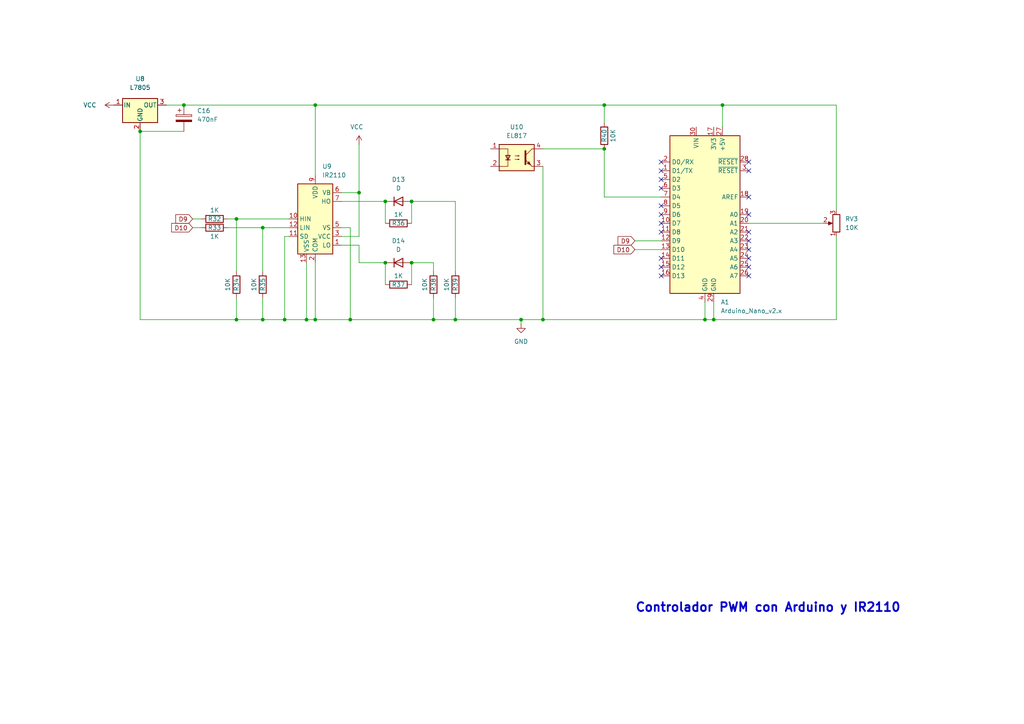
<source format=kicad_sch>
(kicad_sch (version 20211123) (generator eeschema)
  (paper "A4")
  (lib_symbols
    (symbol "Device:C_Polarized" (pin_numbers hide) (pin_names (offset 0.254))
      (property "Reference" "C" (at 0.635 2.54 0))
      (property "Value" "C_Polarized" (at 0.635 -2.54 0))
      (symbol "C_Polarized_0_1"
        (rectangle (start -2.286 0.508) (end 2.286 1.016))
        (polyline (pts (xy -1.778 2.286) (xy -0.762 2.286)))
        (polyline (pts (xy -1.27 2.794) (xy -1.27 1.778)))
        (rectangle (start 2.286 -0.508) (end -2.286 -1.016) (fill (type outline)))
      )
      (symbol "C_Polarized_1_1"
        (pin passive line (at 0 3.81 270) (length 2.794) (name "~") (number "1"))
        (pin passive line (at 0 -3.81 90) (length 2.794) (name "~") (number "2"))
      )
    )
    (symbol "Device:D" (pin_numbers hide) (pin_names (offset 1.016) hide)
      (property "Reference" "D" (at 0 2.54 0))
      (property "Value" "D" (at 0 -2.54 0))
      (symbol "D_0_1"
        (polyline (pts (xy -1.27 1.27) (xy -1.27 -1.27)) (stroke (width 0.254)))
        (polyline (pts (xy 1.27 0) (xy -1.27 0)))
        (polyline (pts (xy 1.27 1.27) (xy 1.27 -1.27) (xy -1.27 0) (xy 1.27 1.27)) (stroke (width 0.254)))
      )
      (symbol "D_1_1"
        (pin passive line (at -3.81 0 0) (length 2.54) (name "K") (number "1"))
        (pin passive line (at 3.81 0 180) (length 2.54) (name "A") (number "2"))
      )
    )
    (symbol "Device:R" (pin_numbers hide) (pin_names (offset 0))
      (property "Reference" "R" (at 2.032 0 90))
      (property "Value" "R" (at 0 0 90))
      (symbol "R_0_1"
        (rectangle (start -1.016 -2.54) (end 1.016 2.54) (stroke (width 0.254)))
      )
      (symbol "R_1_1"
        (pin passive line (at 0 3.81 270) (length 1.27) (name "~") (number "1"))
        (pin passive line (at 0 -3.81 90) (length 1.27) (name "~") (number "2"))
      )
    )
    (symbol "Device:R_Potentiometer" (pin_names (offset 1.016) hide)
      (property "Reference" "RV" (at -4.445 0 90))
      (property "Value" "R_Potentiometer" (at -2.54 0 90))
      (symbol "R_Potentiometer_0_1"
        (polyline (pts (xy 2.54 0) (xy 1.524 0)))
        (polyline (pts (xy 1.143 0) (xy 2.286 0.508) (xy 2.286 -0.508) (xy 1.143 0)) (fill (type outline)))
        (rectangle (start 1.016 2.54) (end -1.016 -2.54) (stroke (width 0.254)))
      )
      (symbol "R_Potentiometer_1_1"
        (pin passive line (at 0 3.81 270) (length 1.27) (name "1") (number "1"))
        (pin passive line (at 3.81 0 180) (length 1.27) (name "2") (number "2"))
        (pin passive line (at 0 -3.81 90) (length 1.27) (name "3") (number "3"))
      )
    )
    (symbol "Driver_FET:IR2110"
      (property "Reference" "U" (at 1.27 13.335 0))
      (property "Value" "IR2110" (at 1.27 11.43 0))
      (symbol "IR2110_0_1"
        (rectangle (start -5.08 -10.16) (end 5.08 10.16) (stroke (width 0.254)) (fill (type background)))
      )
      (symbol "IR2110_1_1"
        (pin output line (at 7.62 -7.62 180) (length 2.54) (name "LO") (number "1"))
        (pin input line (at -7.62 0 0) (length 2.54) (name "HIN") (number "10"))
        (pin input line (at -7.62 -5.08 0) (length 2.54) (name "SD") (number "11"))
        (pin input line (at -7.62 -2.54 0) (length 2.54) (name "LIN") (number "12"))
        (pin power_in line (at -2.54 -12.7 90) (length 2.54) (name "VSS") (number "13"))
        (pin no_connect line (at -5.08 2.54 0) (length 2.54) hide (name "NC") (number "14"))
        (pin power_in line (at 0 -12.7 90) (length 2.54) (name "COM") (number "2"))
        (pin power_in line (at 7.62 -5.08 180) (length 2.54) (name "VCC") (number "3"))
        (pin no_connect line (at -5.08 7.62 0) (length 2.54) hide (name "NC") (number "4"))
        (pin passive line (at 7.62 -2.54 180) (length 2.54) (name "VS") (number "5"))
        (pin passive line (at 7.62 7.62 180) (length 2.54) (name "VB") (number "6"))
        (pin output line (at 7.62 5.08 180) (length 2.54) (name "HO") (number "7"))
        (pin no_connect line (at -5.08 5.08 0) (length 2.54) hide (name "NC") (number "8"))
        (pin power_in line (at 0 12.7 270) (length 2.54) (name "VDD") (number "9"))
      )
    )
    (symbol "Isolator:EL817" (pin_names (offset 1.016))
      (property "Reference" "U" (at -5.08 5.08 0))
      (property "Value" "EL817" (at 0 5.08 0))
      (symbol "EL817_0_1"
        (rectangle (start -5.08 3.81) (end 5.08 -3.81) (stroke (width 0.254)) (fill (type background)))
        (polyline (pts (xy -3.175 -0.635) (xy -1.905 -0.635)) (stroke (width 0.254)))
        (polyline (pts (xy 2.54 0.635) (xy 4.445 2.54)))
        (polyline (pts (xy 4.445 -2.54) (xy 2.54 -0.635)) (fill (type outline)))
        (polyline (pts (xy 4.445 -2.54) (xy 5.08 -2.54)))
        (polyline (pts (xy 4.445 2.54) (xy 5.08 2.54)))
        (polyline (pts (xy -5.08 2.54) (xy -2.54 2.54) (xy -2.54 -0.635)))
        (polyline (pts (xy -2.54 -0.635) (xy -2.54 -2.54) (xy -5.08 -2.54)))
        (polyline (pts (xy 2.54 1.905) (xy 2.54 -1.905) (xy 2.54 -1.905)) (stroke (width 0.508)))
        (polyline (pts (xy -2.54 -0.635) (xy -3.175 0.635) (xy -1.905 0.635) (xy -2.54 -0.635)) (stroke (width 0.254)))
        (polyline (pts (xy -0.508 -0.508) (xy 0.762 -0.508) (xy 0.381 -0.635) (xy 0.381 -0.381) (xy 0.762 -0.508)))
        (polyline (pts (xy -0.508 0.508) (xy 0.762 0.508) (xy 0.381 0.381) (xy 0.381 0.635) (xy 0.762 0.508)))
        (polyline (pts (xy 3.048 -1.651) (xy 3.556 -1.143) (xy 4.064 -2.159) (xy 3.048 -1.651) (xy 3.048 -1.651)) (fill (type outline)))
      )
      (symbol "EL817_1_1"
        (pin passive line (at -7.62 2.54 0) (length 2.54) (name "~") (number "1"))
        (pin passive line (at -7.62 -2.54 0) (length 2.54) (name "~") (number "2"))
        (pin passive line (at 7.62 -2.54 180) (length 2.54) (name "~") (number "3"))
        (pin passive line (at 7.62 2.54 180) (length 2.54) (name "~") (number "4"))
      )
    )
    (symbol "MCU_Module:Arduino_Nano_v2.x"
      (property "Reference" "A" (at -10.16 23.495 0))
      (property "Value" "Arduino_Nano_v2.x" (at 5.08 -24.13 0))
      (symbol "Arduino_Nano_v2.x_0_1"
        (rectangle (start -10.16 22.86) (end 10.16 -22.86) (stroke (width 0.254)) (fill (type background)))
      )
      (symbol "Arduino_Nano_v2.x_1_1"
        (pin bidirectional line (at -12.7 12.7 0) (length 2.54) (name "D1/TX") (number "1"))
        (pin bidirectional line (at -12.7 -2.54 0) (length 2.54) (name "D7") (number "10"))
        (pin bidirectional line (at -12.7 -5.08 0) (length 2.54) (name "D8") (number "11"))
        (pin bidirectional line (at -12.7 -7.62 0) (length 2.54) (name "D9") (number "12"))
        (pin bidirectional line (at -12.7 -10.16 0) (length 2.54) (name "D10") (number "13"))
        (pin bidirectional line (at -12.7 -12.7 0) (length 2.54) (name "D11") (number "14"))
        (pin bidirectional line (at -12.7 -15.24 0) (length 2.54) (name "D12") (number "15"))
        (pin bidirectional line (at -12.7 -17.78 0) (length 2.54) (name "D13") (number "16"))
        (pin power_out line (at 2.54 25.4 270) (length 2.54) (name "3V3") (number "17"))
        (pin input line (at 12.7 5.08 180) (length 2.54) (name "AREF") (number "18"))
        (pin bidirectional line (at 12.7 0 180) (length 2.54) (name "A0") (number "19"))
        (pin bidirectional line (at -12.7 15.24 0) (length 2.54) (name "D0/RX") (number "2"))
        (pin bidirectional line (at 12.7 -2.54 180) (length 2.54) (name "A1") (number "20"))
        (pin bidirectional line (at 12.7 -5.08 180) (length 2.54) (name "A2") (number "21"))
        (pin bidirectional line (at 12.7 -7.62 180) (length 2.54) (name "A3") (number "22"))
        (pin bidirectional line (at 12.7 -10.16 180) (length 2.54) (name "A4") (number "23"))
        (pin bidirectional line (at 12.7 -12.7 180) (length 2.54) (name "A5") (number "24"))
        (pin bidirectional line (at 12.7 -15.24 180) (length 2.54) (name "A6") (number "25"))
        (pin bidirectional line (at 12.7 -17.78 180) (length 2.54) (name "A7") (number "26"))
        (pin power_out line (at 5.08 25.4 270) (length 2.54) (name "+5V") (number "27"))
        (pin input line (at 12.7 15.24 180) (length 2.54) (name "~{RESET}") (number "28"))
        (pin power_in line (at 2.54 -25.4 90) (length 2.54) (name "GND") (number "29"))
        (pin input line (at 12.7 12.7 180) (length 2.54) (name "~{RESET}") (number "3"))
        (pin power_in line (at -2.54 25.4 270) (length 2.54) (name "VIN") (number "30"))
        (pin power_in line (at 0 -25.4 90) (length 2.54) (name "GND") (number "4"))
        (pin bidirectional line (at -12.7 10.16 0) (length 2.54) (name "D2") (number "5"))
        (pin bidirectional line (at -12.7 7.62 0) (length 2.54) (name "D3") (number "6"))
        (pin bidirectional line (at -12.7 5.08 0) (length 2.54) (name "D4") (number "7"))
        (pin bidirectional line (at -12.7 2.54 0) (length 2.54) (name "D5") (number "8"))
        (pin bidirectional line (at -12.7 0 0) (length 2.54) (name "D6") (number "9"))
      )
    )
    (symbol "Regulator_Linear:L7805" (pin_names (offset 0.254))
      (property "Reference" "U" (at -3.81 3.175 0))
      (property "Value" "L7805" (at 0 3.175 0))
      (symbol "L7805_0_1"
        (rectangle (start -5.08 1.905) (end 5.08 -5.08) (stroke (width 0.254)) (fill (type background)))
      )
      (symbol "L7805_1_1"
        (pin power_in line (at -7.62 0 0) (length 2.54) (name "IN") (number "1"))
        (pin power_in line (at 0 -7.62 90) (length 2.54) (name "GND") (number "2"))
        (pin power_out line (at 7.62 0 180) (length 2.54) (name "OUT") (number "3"))
      )
    )
    (symbol "power:GND" (power) (pin_names (offset 0))
      (property "Value" "GND" (at 0 -3.81 0))
      (symbol "GND_0_1"
        (polyline (pts (xy 0 0) (xy 0 -1.27) (xy 1.27 -1.27) (xy 0 -2.54) (xy -1.27 -1.27) (xy 0 -1.27)))
      )
      (symbol "GND_1_1"
        (pin power_in line (at 0 0 270) (length 0) hide (name "GND") (number "1"))
      )
    )
    (symbol "power:VCC" (power) (pin_names (offset 0))
      (property "Value" "VCC" (at 0 3.81 0))
      (symbol "VCC_0_1"
        (polyline (pts (xy -0.762 1.27) (xy 0 2.54)))
        (polyline (pts (xy 0 0) (xy 0 2.54)))
        (polyline (pts (xy 0 2.54) (xy 0.762 1.27)))
      )
      (symbol "VCC_1_1"
        (pin power_in line (at 0 0 90) (length 0) hide (name "VCC") (number "1"))
      )
    )
  )
  (junction (at 119.38 58.42))
  (junction (at 53.34 30.48))
  (junction (at 40.64 38.1))
  (junction (at 101.6 92.71))
  (junction (at 82.55 92.71))
  (junction (at 68.58 63.5))
  (junction (at 91.44 30.48))
  (junction (at 76.2 92.71))
  (junction (at 204.47 92.71))
  (junction (at 209.55 30.48))
  (junction (at 132.08 92.71))
  (junction (at 68.58 92.71))
  (junction (at 175.26 43.18))
  (junction (at 91.44 92.71))
  (junction (at 175.26 30.48))
  (junction (at 157.48 92.71))
  (junction (at 119.38 76.2))
  (junction (at 111.76 76.2))
  (junction (at 207.01 92.71))
  (junction (at 125.73 92.71))
  (junction (at 111.76 58.42))
  (junction (at 76.2 66.04))
  (junction (at 151.13 92.71))
  (junction (at 104.14 55.88))
  (junction (at 88.9 92.71))
  (no_connect (at 191.77 80.01))
  (no_connect (at 191.77 49.53))
  (no_connect (at 217.17 57.15))
  (no_connect (at 191.77 52.07))
  (no_connect (at 217.17 69.85))
  (no_connect (at 217.17 67.31))
  (no_connect (at 217.17 77.47))
  (no_connect (at 191.77 59.69))
  (no_connect (at 191.77 64.77))
  (no_connect (at 217.17 74.93))
  (no_connect (at 191.77 54.61))
  (no_connect (at 191.77 46.99))
  (no_connect (at 217.17 62.23))
  (no_connect (at 191.77 74.93))
  (no_connect (at 217.17 80.01))
  (no_connect (at 191.77 67.31))
  (no_connect (at 217.17 46.99))
  (no_connect (at 217.17 49.53))
  (no_connect (at 217.17 72.39))
  (no_connect (at 191.77 62.23))
  (no_connect (at 191.77 77.47))
  (wire (pts (xy 99.06 71.12) (xy 104.14 71.12)))
  (wire (pts (xy 104.14 71.12) (xy 104.14 76.2)))
  (wire (pts (xy 104.14 55.88) (xy 99.06 55.88)))
  (wire (pts (xy 111.76 76.2) (xy 111.76 82.55)))
  (wire (pts (xy 99.06 66.04) (xy 101.6 66.04)))
  (wire (pts (xy 125.73 76.2) (xy 125.73 78.74)))
  (wire (pts (xy 68.58 63.5) (xy 68.58 78.74)))
  (wire (pts (xy 101.6 92.71) (xy 91.44 92.71)))
  (wire (pts (xy 125.73 92.71) (xy 132.08 92.71)))
  (wire (pts (xy 101.6 66.04) (xy 101.6 92.71)))
  (wire (pts (xy 68.58 92.71) (xy 40.64 92.71)))
  (wire (pts (xy 151.13 92.71) (xy 132.08 92.71)))
  (wire (pts (xy 68.58 63.5) (xy 83.82 63.5)))
  (wire (pts (xy 76.2 66.04) (xy 83.82 66.04)))
  (wire (pts (xy 76.2 86.36) (xy 76.2 92.71)))
  (wire (pts (xy 151.13 93.98) (xy 151.13 92.71)))
  (wire (pts (xy 157.48 92.71) (xy 204.47 92.71)))
  (wire (pts (xy 242.57 30.48) (xy 209.55 30.48)))
  (wire (pts (xy 157.48 48.26) (xy 157.48 92.71)))
  (wire (pts (xy 242.57 60.96) (xy 242.57 30.48)))
  (wire (pts (xy 104.14 68.58) (xy 104.14 55.88)))
  (wire (pts (xy 99.06 58.42) (xy 111.76 58.42)))
  (wire (pts (xy 132.08 58.42) (xy 132.08 78.74)))
  (wire (pts (xy 132.08 86.36) (xy 132.08 92.71)))
  (wire (pts (xy 204.47 92.71) (xy 207.01 92.71)))
  (wire (pts (xy 91.44 30.48) (xy 175.26 30.48)))
  (wire (pts (xy 119.38 76.2) (xy 125.73 76.2)))
  (wire (pts (xy 66.04 63.5) (xy 68.58 63.5)))
  (wire (pts (xy 91.44 76.2) (xy 91.44 92.71)))
  (wire (pts (xy 175.26 30.48) (xy 209.55 30.48)))
  (wire (pts (xy 125.73 86.36) (xy 125.73 92.71)))
  (wire (pts (xy 55.88 66.04) (xy 58.42 66.04)))
  (wire (pts (xy 175.26 35.56) (xy 175.26 30.48)))
  (wire (pts (xy 151.13 92.71) (xy 157.48 92.71)))
  (wire (pts (xy 119.38 58.42) (xy 119.38 64.77)))
  (wire (pts (xy 48.26 30.48) (xy 53.34 30.48)))
  (wire (pts (xy 40.64 92.71) (xy 40.64 38.1)))
  (wire (pts (xy 91.44 30.48) (xy 91.44 50.8)))
  (wire (pts (xy 175.26 43.18) (xy 157.48 43.18)))
  (wire (pts (xy 104.14 41.91) (xy 104.14 55.88)))
  (wire (pts (xy 242.57 68.58) (xy 242.57 92.71)))
  (wire (pts (xy 184.15 69.85) (xy 191.77 69.85)))
  (wire (pts (xy 68.58 86.36) (xy 68.58 92.71)))
  (wire (pts (xy 119.38 58.42) (xy 132.08 58.42)))
  (wire (pts (xy 88.9 92.71) (xy 82.55 92.71)))
  (wire (pts (xy 76.2 92.71) (xy 82.55 92.71)))
  (wire (pts (xy 125.73 92.71) (xy 101.6 92.71)))
  (wire (pts (xy 83.82 68.58) (xy 82.55 68.58)))
  (wire (pts (xy 217.17 64.77) (xy 238.76 64.77)))
  (wire (pts (xy 111.76 58.42) (xy 111.76 64.77)))
  (wire (pts (xy 66.04 66.04) (xy 76.2 66.04)))
  (wire (pts (xy 91.44 92.71) (xy 88.9 92.71)))
  (wire (pts (xy 82.55 68.58) (xy 82.55 92.71)))
  (wire (pts (xy 207.01 92.71) (xy 207.01 87.63)))
  (wire (pts (xy 40.64 38.1) (xy 53.34 38.1)))
  (wire (pts (xy 175.26 57.15) (xy 175.26 43.18)))
  (wire (pts (xy 88.9 76.2) (xy 88.9 92.71)))
  (wire (pts (xy 119.38 76.2) (xy 119.38 82.55)))
  (wire (pts (xy 204.47 92.71) (xy 204.47 87.63)))
  (wire (pts (xy 104.14 76.2) (xy 111.76 76.2)))
  (wire (pts (xy 55.88 63.5) (xy 58.42 63.5)))
  (wire (pts (xy 209.55 36.83) (xy 209.55 30.48)))
  (wire (pts (xy 207.01 92.71) (xy 242.57 92.71)))
  (wire (pts (xy 53.34 30.48) (xy 91.44 30.48)))
  (wire (pts (xy 99.06 68.58) (xy 104.14 68.58)))
  (wire (pts (xy 191.77 57.15) (xy 175.26 57.15)))
  (wire (pts (xy 68.58 92.71) (xy 76.2 92.71)))
  (wire (pts (xy 76.2 66.04) (xy 76.2 78.74)))
  (wire (pts (xy 184.15 72.39) (xy 191.77 72.39)))
  (text "Controlador PWM con Arduino y IR2110" (at 184.15 177.8 0) (effects (font (size 2.54 2.54) (thickness 0.508) bold) (justify left bottom)))
  (global_label "D10" (shape input) (at 184.15 72.39 180) (property "Referencias entre hojas" "${INTERSHEET_REFS}" (effects hide)))
  (global_label "D9" (shape input) (at 184.15 69.85 180) (property "Referencias entre hojas" "${INTERSHEET_REFS}" (effects hide)))
  (global_label "D10" (shape input) (at 55.88 66.04 180) (property "Referencias entre hojas" "${INTERSHEET_REFS}" (effects hide)))
  (global_label "D9" (shape input) (at 55.88 63.5 180) (property "Referencias entre hojas" "${INTERSHEET_REFS}" (effects hide)))
  (symbol (lib_id "Device:R") (at 175.26 39.37 180) (unit 1)
    (property "Reference" "R40" (at 175.26 39.37 90))
    (property "Value" "10K" (at 177.8 39.37 90))
  )
  (symbol (lib_id "Device:R") (at 62.23 66.04 90) (unit 1)
    (property "Reference" "R33" (at 62.23 66.04 90))
    (property "Value" "1K" (at 62.23 68.58 90))
  )
  (symbol (lib_id "Device:R") (at 125.73 82.55 180) (unit 1)
    (property "Reference" "R38" (at 125.73 82.55 90))
    (property "Value" "10K" (at 123.19 82.55 90))
  )
  (symbol (lib_id "Device:R") (at 115.57 82.55 90) (unit 1)
    (property "Reference" "R37" (at 115.57 82.55 90))
    (property "Value" "1K" (at 115.57 80.01 90))
  )
  (symbol (lib_id "Device:R") (at 76.2 82.55 180) (unit 1)
    (property "Reference" "R35" (at 76.2 82.55 90))
    (property "Value" "10K" (at 73.66 82.55 90))
  )
  (symbol (lib_id "power:GND") (at 151.13 93.98 0) (unit 1)
    (property "Reference" "#PWR033" (effects hide))
    (property "Value" "GND" (at 151.13 99.06 0))
  )
  (symbol (lib_id "Device:R_Potentiometer") (at 242.57 64.77 180) (unit 1)
    (property "Reference" "RV3" (at 245.11 63.4999 0) (effects (justify right)))
    (property "Value" "10K" (at 245.11 66.0399 0) (effects (justify right)))
    (property "Footprint" "Potentiometer_THT:Potentiometer_Bourns_3296W_Vertical" (effects hide))
  )
  (symbol (lib_id "Device:C_Polarized") (at 53.34 34.29 0) (unit 1)
    (property "Reference" "C16" (at 57.15 32.1309 0) (effects (justify left)))
    (property "Value" "470nF" (at 57.15 34.6709 0) (effects (justify left)))
  )
  (symbol (lib_id "Device:R") (at 62.23 63.5 90) (unit 1)
    (property "Reference" "R32" (at 62.23 63.5 90))
    (property "Value" "1K" (at 62.23 60.96 90))
  )
  (symbol (lib_id "Isolator:EL817") (at 149.86 45.72 0) (unit 1)
    (property "Reference" "U10" (at 149.86 36.83 0))
    (property "Value" "EL817" (at 149.86 39.37 0))
    (property "Footprint" "Package_DIP:DIP-4_W7.62mm" (effects hide))
    (property "Datasheet" "http://www.everlight.com/file/ProductFile/EL817.pdf" (effects hide))
  )
  (symbol (lib_id "Device:D") (at 115.57 58.42 0) (unit 1)
    (property "Reference" "D13" (at 115.57 52.07 0))
    (property "Value" "D" (at 115.57 54.61 0))
  )
  (symbol (lib_id "Device:D") (at 115.57 76.2 0) (unit 1)
    (property "Reference" "D14" (at 115.57 69.85 0))
    (property "Value" "D" (at 115.57 72.39 0))
  )
  (symbol (lib_id "power:VCC") (at 33.02 30.48 90) (unit 1)
    (property "Reference" "#PWR031" (effects hide))
    (property "Value" "VCC" (at 24.13 30.48 90) (effects (justify right)))
  )
  (symbol (lib_id "Regulator_Linear:L7805") (at 40.64 30.48 0) (unit 1)
    (property "Reference" "U8" (at 40.64 22.86 0))
    (property "Value" "L7805" (at 40.64 25.4 0))
    (property "Datasheet" "http://www.st.com/content/ccc/resource/technical/document/datasheet/41/4f/b3/b0/12/d4/47/88/CD00000444.pdf/files/CD00000444.pdf/jcr:content/translations/en.CD00000444.pdf" (effects hide))
  )
  (symbol (lib_id "Device:R") (at 132.08 82.55 180) (unit 1)
    (property "Reference" "R39" (at 132.08 82.55 90))
    (property "Value" "10K" (at 129.54 82.55 90))
  )
  (symbol (lib_id "MCU_Module:Arduino_Nano_v2.x") (at 204.47 62.23 0) (unit 1)
    (property "Reference" "A1" (at 209.0294 87.63 0) (effects (justify left)))
    (property "Value" "Arduino_Nano_v2.x" (at 209.0294 90.17 0) (effects (justify left)))
    (property "Footprint" "Module:Arduino_Nano" (effects hide))
    (property "Datasheet" "https://www.arduino.cc/en/uploads/Main/ArduinoNanoManual23.pdf" (effects hide))
  )
  (symbol (lib_id "Driver_FET:IR2110") (at 91.44 63.5 0) (unit 1)
    (property "Reference" "U9" (at 93.4594 48.26 0) (effects (justify left)))
    (property "Value" "IR2110" (at 93.4594 50.8 0) (effects (justify left)))
    (property "Footprint" "Package_DIP:DIP-14_W7.62mm" (effects hide))
    (property "Datasheet" "https://www.infineon.com/dgdl/ir2110.pdf?fileId=5546d462533600a4015355c80333167e" (effects hide))
  )
  (symbol (lib_id "power:VCC") (at 104.14 41.91 0) (unit 1)
    (property "Reference" "#PWR032" (effects hide))
    (property "Value" "VCC" (at 105.41 36.83 0) (effects (justify right)))
  )
  (symbol (lib_id "Device:R") (at 115.57 64.77 90) (unit 1)
    (property "Reference" "R36" (at 115.57 64.77 90))
    (property "Value" "1K" (at 115.57 62.23 90))
  )
  (symbol (lib_id "Device:R") (at 68.58 82.55 180) (unit 1)
    (property "Reference" "R34" (at 68.58 82.55 90))
    (property "Value" "10K" (at 66.04 82.55 90))
  )
)
</source>
